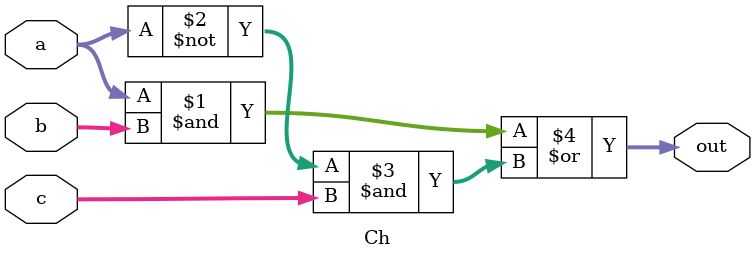
<source format=v>
module Ch(out,a,b,c);
    input [31:0] a,b,c;
    output [31:0] out;

    assign out = (a & b) | (~a & c);
    
endmodule
</source>
